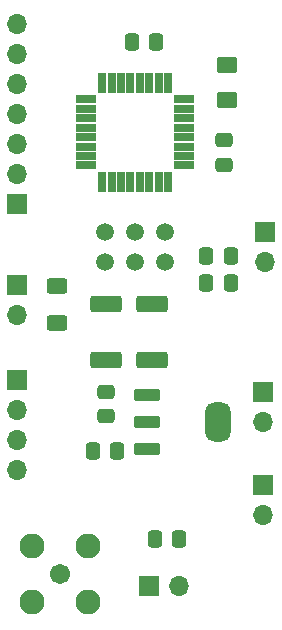
<source format=gbr>
%TF.GenerationSoftware,KiCad,Pcbnew,8.0.3-1.fc40*%
%TF.CreationDate,2024-06-24T14:15:41-04:00*%
%TF.ProjectId,OS42Micro,4f533432-4d69-4637-926f-2e6b69636164,rev?*%
%TF.SameCoordinates,Original*%
%TF.FileFunction,Soldermask,Bot*%
%TF.FilePolarity,Negative*%
%FSLAX46Y46*%
G04 Gerber Fmt 4.6, Leading zero omitted, Abs format (unit mm)*
G04 Created by KiCad (PCBNEW 8.0.3-1.fc40) date 2024-06-24 14:15:41*
%MOMM*%
%LPD*%
G01*
G04 APERTURE LIST*
G04 Aperture macros list*
%AMRoundRect*
0 Rectangle with rounded corners*
0 $1 Rounding radius*
0 $2 $3 $4 $5 $6 $7 $8 $9 X,Y pos of 4 corners*
0 Add a 4 corners polygon primitive as box body*
4,1,4,$2,$3,$4,$5,$6,$7,$8,$9,$2,$3,0*
0 Add four circle primitives for the rounded corners*
1,1,$1+$1,$2,$3*
1,1,$1+$1,$4,$5*
1,1,$1+$1,$6,$7*
1,1,$1+$1,$8,$9*
0 Add four rect primitives between the rounded corners*
20,1,$1+$1,$2,$3,$4,$5,0*
20,1,$1+$1,$4,$5,$6,$7,0*
20,1,$1+$1,$6,$7,$8,$9,0*
20,1,$1+$1,$8,$9,$2,$3,0*%
G04 Aperture macros list end*
%ADD10R,1.700000X1.700000*%
%ADD11O,1.700000X1.700000*%
%ADD12C,1.712000*%
%ADD13C,2.124000*%
%ADD14RoundRect,0.250000X0.337500X0.475000X-0.337500X0.475000X-0.337500X-0.475000X0.337500X-0.475000X0*%
%ADD15RoundRect,0.250000X-0.475000X0.337500X-0.475000X-0.337500X0.475000X-0.337500X0.475000X0.337500X0*%
%ADD16RoundRect,0.250000X0.625000X-0.400000X0.625000X0.400000X-0.625000X0.400000X-0.625000X-0.400000X0*%
%ADD17RoundRect,0.250001X0.624999X-0.462499X0.624999X0.462499X-0.624999X0.462499X-0.624999X-0.462499X0*%
%ADD18RoundRect,0.120340X-0.966660X-0.426660X0.966660X-0.426660X0.966660X0.426660X-0.966660X0.426660X0*%
%ADD19RoundRect,0.869600X-0.217400X-0.827400X0.217400X-0.827400X0.217400X0.827400X-0.217400X0.827400X0*%
%ADD20RoundRect,0.249999X1.075001X-0.450001X1.075001X0.450001X-1.075001X0.450001X-1.075001X-0.450001X0*%
%ADD21C,1.512000*%
%ADD22RoundRect,0.094250X-0.282750X0.742750X-0.282750X-0.742750X0.282750X-0.742750X0.282750X0.742750X0*%
%ADD23RoundRect,0.094250X-0.742750X0.282750X-0.742750X-0.282750X0.742750X-0.282750X0.742750X0.282750X0*%
%ADD24RoundRect,0.249999X-1.075001X0.450001X-1.075001X-0.450001X1.075001X-0.450001X1.075001X0.450001X0*%
G04 APERTURE END LIST*
D10*
%TO.C,RST1*%
X134000000Y-125960000D03*
D11*
X134000000Y-128500000D03*
%TD*%
D10*
%TO.C,PO1*%
X154850000Y-142850000D03*
D11*
X154850000Y-145390000D03*
%TD*%
D10*
%TO.C,GF1*%
X155000000Y-121460000D03*
D11*
X155000000Y-124000000D03*
%TD*%
D10*
%TO.C,PWR1*%
X145150000Y-151425000D03*
D11*
X147690000Y-151425000D03*
%TD*%
D10*
%TO.C,GPIO1*%
X133975000Y-119100000D03*
D11*
X133975000Y-116560000D03*
X133975000Y-114020000D03*
X133975000Y-111480000D03*
X133975000Y-108940000D03*
X133975000Y-106400000D03*
X133975000Y-103860000D03*
%TD*%
D12*
%TO.C,J5*%
X137637500Y-150400000D03*
D13*
X135237500Y-148000000D03*
X135237500Y-152800000D03*
X140037500Y-152800000D03*
X140037500Y-148000000D03*
%TD*%
D10*
%TO.C,PO2*%
X154850000Y-134950000D03*
D11*
X154850000Y-137490000D03*
%TD*%
D10*
%TO.C,UART1*%
X134000000Y-133960000D03*
D11*
X134000000Y-136500000D03*
X134000000Y-139040000D03*
X134000000Y-141580000D03*
%TD*%
D14*
%TO.C,C7*%
X145787500Y-105350000D03*
X143712500Y-105350000D03*
%TD*%
D15*
%TO.C,C2*%
X141500000Y-134962500D03*
X141500000Y-137037500D03*
%TD*%
D16*
%TO.C,R4*%
X137400000Y-129100000D03*
X137400000Y-126000000D03*
%TD*%
D15*
%TO.C,C6*%
X151550000Y-113662500D03*
X151550000Y-115737500D03*
%TD*%
D17*
%TO.C,D1*%
X151800000Y-110287500D03*
X151800000Y-107312500D03*
%TD*%
D18*
%TO.C,U3*%
X144975000Y-139800000D03*
X144975000Y-137500000D03*
X144975000Y-135200000D03*
D19*
X151025000Y-137500000D03*
%TD*%
D20*
%TO.C,R1*%
X141500000Y-132300000D03*
X141500000Y-127500000D03*
%TD*%
D21*
%TO.C,U5*%
X141420000Y-121460000D03*
X146500000Y-124000000D03*
X143960000Y-121460000D03*
X141420000Y-124000000D03*
X143960000Y-124000000D03*
X146500000Y-121460000D03*
%TD*%
D14*
%TO.C,C4*%
X152087500Y-125750000D03*
X150012500Y-125750000D03*
%TD*%
D22*
%TO.C,U4*%
X141200000Y-108830000D03*
X142000000Y-108830000D03*
X142800000Y-108830000D03*
X143600000Y-108830000D03*
X144400000Y-108830000D03*
X145200000Y-108830000D03*
X146000000Y-108830000D03*
X146800000Y-108830000D03*
D23*
X148170000Y-110200000D03*
X148170000Y-111000000D03*
X148170000Y-111800000D03*
X148170000Y-112600000D03*
X148170000Y-113400000D03*
X148170000Y-114200000D03*
X148170000Y-115000000D03*
X148170000Y-115800000D03*
D22*
X146800000Y-117170000D03*
X146000000Y-117170000D03*
X145200000Y-117170000D03*
X144400000Y-117170000D03*
X143600000Y-117170000D03*
X142800000Y-117170000D03*
X142000000Y-117170000D03*
X141200000Y-117170000D03*
D23*
X139830000Y-115800000D03*
X139830000Y-115000000D03*
X139830000Y-114200000D03*
X139830000Y-113400000D03*
X139830000Y-112600000D03*
X139830000Y-111800000D03*
X139830000Y-111000000D03*
X139830000Y-110200000D03*
%TD*%
D14*
%TO.C,C5*%
X147737500Y-147450000D03*
X145662500Y-147450000D03*
%TD*%
%TO.C,C1*%
X142500000Y-140000000D03*
X140425000Y-140000000D03*
%TD*%
D24*
%TO.C,R2*%
X145400000Y-127500000D03*
X145400000Y-132300000D03*
%TD*%
D14*
%TO.C,C3*%
X152087500Y-123500000D03*
X150012500Y-123500000D03*
%TD*%
M02*

</source>
